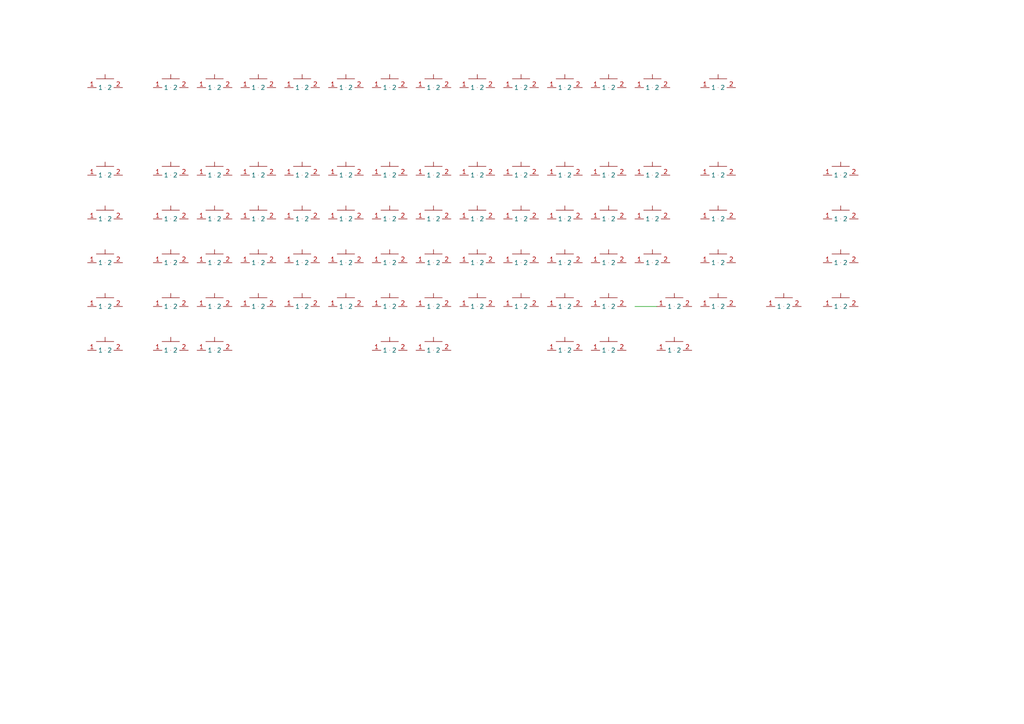
<source format=kicad_sch>
(kicad_sch (version 20231120) (generator "eeschema") (generator_version "8.0")
  (paper "A4")
  (lib_symbols
    (symbol "easyeda2kicad:CPG151101S11-16_C41430893"
      (property "Reference" "U" (at 0 5.08 0))
      (property "Value" "CPG151101S11-16_C41430893" (at 0 -5.08 0))
      (symbol "CPG151101S11-16_C41430893_0_1"
        (arc (start 0 0) (mid 0 0) (end 0 0))
        (polyline (pts (xy -2.54 2.54) (xy 2.54 2.54)))
        (polyline (pts (xy 0 2.54) (xy 0 3.81)))
        (arc (start 1.27 0) (mid 1.27 0) (end 1.27 0))
      )
      (symbol "CPG151101S11-16_C41430893_1_1"
        (pin passive line (at -5.08 0 0) (length 2.54) (name "1") (number "1"))
        (pin passive line (at 5.08 0 180) (length 2.54) (name "2") (number "2"))
      )
    )
  )
  (wire (pts (xy 184.15 88.9) (xy 190.5 88.9)))
  (symbol (lib_id "easyeda2kicad:CPG151101S11-16_C41430893") (at 125.73 101.6 0) (unit 1)
    (property "Reference" "SW103" (effects (hide yes)))
    (property "Value" "SW_Diode" (effects (hide yes)))
    (property "Footprint" "blackwing:CUTOUT_CHERRY_MX_1.25u" (effects (hide yes)))
    (property "Description" "Push button switch, generic, two pins" (effects (hide yes)))
    (property "LCSC Part" "C41430893" (effects (hide yes)))
  )
  (symbol (lib_id "easyeda2kicad:CPG151101S11-16_C41430893") (at 163.83 25.4 0) (unit 1)
    (property "Reference" "SW11" (effects (hide yes)))
    (property "Value" "SW_Diode" (effects (hide yes)))
    (property "Footprint" "blackwing:CUTOUT_CHERRY_MX_1.00u" (effects (hide yes)))
    (property "Description" "Push button switch, generic, two pins" (effects (hide yes)))
    (property "LCSC Part" "C41430893" (effects (hide yes)))
  )
  (symbol (lib_id "easyeda2kicad:CPG151101S11-16_C41430893") (at 195.58 88.9 0) (unit 1)
    (property "Reference" "SW92" (effects (hide yes)))
    (property "Value" "SW_Diode" (effects (hide yes)))
    (property "Footprint" "blackwing:CUTOUT_CHERRY_MX_1.75u" (effects (hide yes)))
    (property "Description" "Push button switch, generic, two pins" (effects (hide yes)))
    (property "LCSC Part" "C41430893" (effects (hide yes)))
  )
  (symbol (lib_id "easyeda2kicad:CPG151101S11-16_C41430893") (at 87.63 63.5 0) (unit 1)
    (property "Reference" "SW46" (effects (hide yes)))
    (property "Value" "SW_Diode" (effects (hide yes)))
    (property "Footprint" "blackwing:CUTOUT_CHERRY_MX_1.00u" (effects (hide yes)))
    (property "Description" "Push button switch, generic, two pins" (effects (hide yes)))
    (property "LCSC Part" "C41430893" (effects (hide yes)))
  )
  (symbol (lib_id "easyeda2kicad:CPG151101S11-16_C41430893") (at 176.53 25.4 0) (unit 1)
    (property "Reference" "SW12" (effects (hide yes)))
    (property "Value" "SW_Diode" (effects (hide yes)))
    (property "Footprint" "blackwing:CUTOUT_CHERRY_MX_1.00u" (effects (hide yes)))
    (property "Description" "Push button switch, generic, two pins" (effects (hide yes)))
    (property "LCSC Part" "C41430893" (effects (hide yes)))
  )
  (symbol (lib_id "easyeda2kicad:CPG151101S11-16_C41430893") (at 208.28 88.9 0) (unit 1)
    (property "Reference" "SW107" (effects (hide yes)))
    (property "Value" "SW_Diode" (effects (hide yes)))
    (property "Footprint" "blackwing:CUTOUT_CHERRY_MX_1.00u" (effects (hide yes)))
    (property "Description" "Push button switch, generic, two pins" (effects (hide yes)))
    (property "LCSC Part" "C41430893" (effects (hide yes)))
  )
  (symbol (lib_id "easyeda2kicad:CPG151101S11-16_C41430893") (at 113.03 88.9 0) (unit 1)
    (property "Reference" "SW86" (effects (hide yes)))
    (property "Value" "SW_Diode" (effects (hide yes)))
    (property "Footprint" "blackwing:CUTOUT_CHERRY_MX_1.00u" (effects (hide yes)))
    (property "Description" "Push button switch, generic, two pins" (effects (hide yes)))
    (property "LCSC Part" "C41430893" (effects (hide yes)))
  )
  (symbol (lib_id "easyeda2kicad:CPG151101S11-16_C41430893") (at 100.33 50.8 0) (unit 1)
    (property "Reference" "SW26" (effects (hide yes)))
    (property "Value" "SW_Diode" (effects (hide yes)))
    (property "Footprint" "blackwing:CUTOUT_CHERRY_MX_1.00u" (effects (hide yes)))
    (property "Description" "Push button switch, generic, two pins" (effects (hide yes)))
    (property "LCSC Part" "C41430893" (effects (hide yes)))
  )
  (symbol (lib_id "easyeda2kicad:CPG151101S11-16_C41430893") (at 74.93 76.2 0) (unit 1)
    (property "Reference" "SW66" (effects (hide yes)))
    (property "Value" "SW_Diode" (effects (hide yes)))
    (property "Footprint" "blackwing:CUTOUT_CHERRY_MX_1.00u" (effects (hide yes)))
    (property "Description" "Push button switch, generic, two pins" (effects (hide yes)))
    (property "LCSC Part" "C41430893" (effects (hide yes)))
  )
  (symbol (lib_id "easyeda2kicad:CPG151101S11-16_C41430893") (at 30.48 76.2 0) (unit 1)
    (property "Reference" "SW63" (effects (hide yes)))
    (property "Value" "SW_Diode" (effects (hide yes)))
    (property "Footprint" "blackwing:CUTOUT_CHERRY_MX_1.75u" (effects (hide yes)))
    (property "Description" "Push button switch, generic, two pins" (effects (hide yes)))
    (property "LCSC Part" "C41430893" (effects (hide yes)))
  )
  (symbol (lib_id "easyeda2kicad:CPG151101S11-16_C41430893") (at 243.84 76.2 0) (unit 1)
    (property "Reference" "SW36" (effects (hide yes)))
    (property "Value" "SW_Diode" (effects (hide yes)))
    (property "Footprint" "blackwing:CUTOUT_CHERRY_MX_1.00u" (effects (hide yes)))
    (property "Description" "Push button switch, generic, two pins" (effects (hide yes)))
    (property "LCSC Part" "C41430893" (effects (hide yes)))
  )
  (symbol (lib_id "easyeda2kicad:CPG151101S11-16_C41430893") (at 49.53 101.6 0) (unit 1)
    (property "Reference" "SW100" (effects (hide yes)))
    (property "Value" "SW_Diode" (effects (hide yes)))
    (property "Footprint" "blackwing:CUTOUT_CHERRY_MX_1.00u" (effects (hide yes)))
    (property "Description" "Push button switch, generic, two pins" (effects (hide yes)))
    (property "LCSC Part" "C41430893" (effects (hide yes)))
  )
  (symbol (lib_id "easyeda2kicad:CPG151101S11-16_C41430893") (at 208.28 50.8 0) (unit 1)
    (property "Reference" "SW34" (effects (hide yes)))
    (property "Value" "SW_Diode" (effects (hide yes)))
    (property "Footprint" "blackwing:CUTOUT_CHERRY_MX_2.00u" (effects (hide yes)))
    (property "Description" "Push button switch, generic, two pins" (effects (hide yes)))
    (property "LCSC Part" "C41430893" (effects (hide yes)))
  )
  (symbol (lib_id "easyeda2kicad:CPG151101S11-16_C41430893") (at 163.83 63.5 0) (unit 1)
    (property "Reference" "SW52" (effects (hide yes)))
    (property "Value" "SW_Diode" (effects (hide yes)))
    (property "Footprint" "blackwing:CUTOUT_CHERRY_MX_1.00u" (effects (hide yes)))
    (property "Description" "Push button switch, generic, two pins" (effects (hide yes)))
    (property "LCSC Part" "C41430893" (effects (hide yes)))
  )
  (symbol (lib_id "easyeda2kicad:CPG151101S11-16_C41430893") (at 62.23 63.5 0) (unit 1)
    (property "Reference" "SW44" (effects (hide yes)))
    (property "Value" "SW_Diode" (effects (hide yes)))
    (property "Footprint" "blackwing:CUTOUT_CHERRY_MX_1.00u" (effects (hide yes)))
    (property "Description" "Push button switch, generic, two pins" (effects (hide yes)))
    (property "LCSC Part" "C41430893" (effects (hide yes)))
  )
  (symbol (lib_id "easyeda2kicad:CPG151101S11-16_C41430893") (at 138.43 88.9 0) (unit 1)
    (property "Reference" "SW88" (effects (hide yes)))
    (property "Value" "SW_Diode" (effects (hide yes)))
    (property "Footprint" "blackwing:CUTOUT_CHERRY_MX_1.00u" (effects (hide yes)))
    (property "Description" "Push button switch, generic, two pins" (effects (hide yes)))
    (property "LCSC Part" "C41430893" (effects (hide yes)))
  )
  (symbol (lib_id "easyeda2kicad:CPG151101S11-16_C41430893") (at 87.63 25.4 0) (unit 1)
    (property "Reference" "SW5" (effects (hide yes)))
    (property "Value" "SW_Diode" (effects (hide yes)))
    (property "Footprint" "blackwing:CUTOUT_CHERRY_MX_1.00u" (effects (hide yes)))
    (property "Description" "Push button switch, generic, two pins" (effects (hide yes)))
    (property "LCSC Part" "C41430893" (effects (hide yes)))
  )
  (symbol (lib_id "easyeda2kicad:CPG151101S11-16_C41430893") (at 125.73 25.4 0) (unit 1)
    (property "Reference" "SW8" (effects (hide yes)))
    (property "Value" "SW_Diode" (effects (hide yes)))
    (property "Footprint" "blackwing:CUTOUT_CHERRY_MX_1.00u" (effects (hide yes)))
    (property "Description" "Push button switch, generic, two pins" (effects (hide yes)))
    (property "LCSC Part" "C41430893" (effects (hide yes)))
  )
  (symbol (lib_id "easyeda2kicad:CPG151101S11-16_C41430893") (at 243.84 50.8 0) (unit 1)
    (property "Reference" "SW35" (effects (hide yes)))
    (property "Value" "SW_Diode" (effects (hide yes)))
    (property "Footprint" "blackwing:CUTOUT_CHERRY_MX_1.00u" (effects (hide yes)))
    (property "Description" "Push button switch, generic, two pins" (effects (hide yes)))
    (property "LCSC Part" "C41430893" (effects (hide yes)))
  )
  (symbol (lib_id "easyeda2kicad:CPG151101S11-16_C41430893") (at 62.23 25.4 0) (unit 1)
    (property "Reference" "SW3" (effects (hide yes)))
    (property "Value" "SW_Diode" (effects (hide yes)))
    (property "Footprint" "blackwing:CUTOUT_CHERRY_MX_1.00u" (effects (hide yes)))
    (property "Description" "Push button switch, generic, two pins" (effects (hide yes)))
    (property "LCSC Part" "C41430893" (effects (hide yes)))
  )
  (symbol (lib_id "easyeda2kicad:CPG151101S11-16_C41430893") (at 176.53 101.6 0) (unit 1)
    (property "Reference" "SW105" (effects (hide yes)))
    (property "Value" "SW_Diode" (effects (hide yes)))
    (property "Footprint" "blackwing:CUTOUT_CHERRY_MX_1.25u" (effects (hide yes)))
    (property "Description" "Push button switch, generic, two pins" (effects (hide yes)))
    (property "LCSC Part" "C41430893" (effects (hide yes)))
  )
  (symbol (lib_id "easyeda2kicad:CPG151101S11-16_C41430893") (at 100.33 63.5 0) (unit 1)
    (property "Reference" "SW47" (effects (hide yes)))
    (property "Value" "SW_Diode" (effects (hide yes)))
    (property "Footprint" "blackwing:CUTOUT_CHERRY_MX_1.00u" (effects (hide yes)))
    (property "Description" "Push button switch, generic, two pins" (effects (hide yes)))
    (property "LCSC Part" "C41430893" (effects (hide yes)))
  )
  (symbol (lib_id "easyeda2kicad:CPG151101S11-16_C41430893") (at 176.53 76.2 0) (unit 1)
    (property "Reference" "SW74" (effects (hide yes)))
    (property "Value" "SW_Diode" (effects (hide yes)))
    (property "Footprint" "blackwing:CUTOUT_CHERRY_MX_1.00u" (effects (hide yes)))
    (property "Description" "Push button switch, generic, two pins" (effects (hide yes)))
    (property "LCSC Part" "C41430893" (effects (hide yes)))
  )
  (symbol (lib_id "easyeda2kicad:CPG151101S11-16_C41430893") (at 189.23 63.5 0) (unit 1)
    (property "Reference" "SW54" (effects (hide yes)))
    (property "Value" "SW_Diode" (effects (hide yes)))
    (property "Footprint" "blackwing:CUTOUT_CHERRY_MX_1.00u" (effects (hide yes)))
    (property "Description" "Push button switch, generic, two pins" (effects (hide yes)))
    (property "LCSC Part" "C41430893" (effects (hide yes)))
  )
  (symbol (lib_id "easyeda2kicad:CPG151101S11-16_C41430893") (at 151.13 88.9 0) (unit 1)
    (property "Reference" "SW89" (effects (hide yes)))
    (property "Value" "SW_Diode" (effects (hide yes)))
    (property "Footprint" "blackwing:CUTOUT_CHERRY_MX_1.00u" (effects (hide yes)))
    (property "Description" "Push button switch, generic, two pins" (effects (hide yes)))
    (property "LCSC Part" "C41430893" (effects (hide yes)))
  )
  (symbol (lib_id "easyeda2kicad:CPG151101S11-16_C41430893") (at 62.23 88.9 0) (unit 1)
    (property "Reference" "SW82" (effects (hide yes)))
    (property "Value" "SW_Diode" (effects (hide yes)))
    (property "Footprint" "blackwing:CUTOUT_CHERRY_MX_1.00u" (effects (hide yes)))
    (property "Description" "Push button switch, generic, two pins" (effects (hide yes)))
    (property "LCSC Part" "C41430893" (effects (hide yes)))
  )
  (symbol (lib_id "easyeda2kicad:CPG151101S11-16_C41430893") (at 100.33 88.9 0) (unit 1)
    (property "Reference" "SW85" (effects (hide yes)))
    (property "Value" "SW_Diode" (effects (hide yes)))
    (property "Footprint" "blackwing:CUTOUT_CHERRY_MX_1.00u" (effects (hide yes)))
    (property "Description" "Push button switch, generic, two pins" (effects (hide yes)))
    (property "LCSC Part" "C41430893" (effects (hide yes)))
  )
  (symbol (lib_id "easyeda2kicad:CPG151101S11-16_C41430893") (at 74.93 63.5 0) (unit 1)
    (property "Reference" "SW45" (effects (hide yes)))
    (property "Value" "SW_Diode" (effects (hide yes)))
    (property "Footprint" "blackwing:CUTOUT_CHERRY_MX_1.00u" (effects (hide yes)))
    (property "Description" "Push button switch, generic, two pins" (effects (hide yes)))
    (property "LCSC Part" "C41430893" (effects (hide yes)))
  )
  (symbol (lib_id "easyeda2kicad:CPG151101S11-16_C41430893") (at 163.83 101.6 0) (unit 1)
    (property "Reference" "SW104" (effects (hide yes)))
    (property "Value" "SW_Diode" (effects (hide yes)))
    (property "Footprint" "blackwing:CUTOUT_CHERRY_MX_1.00u" (effects (hide yes)))
    (property "Description" "Push button switch, generic, two pins" (effects (hide yes)))
    (property "LCSC Part" "C41430893" (effects (hide yes)))
  )
  (symbol (lib_id "easyeda2kicad:CPG151101S11-16_C41430893") (at 176.53 63.5 0) (unit 1)
    (property "Reference" "SW53" (effects (hide yes)))
    (property "Value" "SW_Diode" (effects (hide yes)))
    (property "Footprint" "blackwing:CUTOUT_CHERRY_MX_1.00u" (effects (hide yes)))
    (property "Description" "Push button switch, generic, two pins" (effects (hide yes)))
    (property "LCSC Part" "C41430893" (effects (hide yes)))
  )
  (symbol (lib_id "easyeda2kicad:CPG151101S11-16_C41430893") (at 138.43 50.8 0) (unit 1)
    (property "Reference" "SW29" (effects (hide yes)))
    (property "Value" "SW_Diode" (effects (hide yes)))
    (property "Footprint" "blackwing:CUTOUT_CHERRY_MX_1.00u" (effects (hide yes)))
    (property "Description" "Push button switch, generic, two pins" (effects (hide yes)))
    (property "LCSC Part" "C41430893" (effects (hide yes)))
  )
  (symbol (lib_id "easyeda2kicad:CPG151101S11-16_C41430893") (at 125.73 63.5 0) (unit 1)
    (property "Reference" "SW49" (effects (hide yes)))
    (property "Value" "SW_Diode" (effects (hide yes)))
    (property "Footprint" "blackwing:CUTOUT_CHERRY_MX_1.00u" (effects (hide yes)))
    (property "Description" "Push button switch, generic, two pins" (effects (hide yes)))
    (property "LCSC Part" "C41430893" (effects (hide yes)))
  )
  (symbol (lib_id "easyeda2kicad:CPG151101S11-16_C41430893") (at 49.53 76.2 0) (unit 1)
    (property "Reference" "SW64" (effects (hide yes)))
    (property "Value" "SW_Diode" (effects (hide yes)))
    (property "Footprint" "blackwing:CUTOUT_CHERRY_MX_1.00u" (effects (hide yes)))
    (property "Description" "Push button switch, generic, two pins" (effects (hide yes)))
    (property "LCSC Part" "C41430893" (effects (hide yes)))
  )
  (symbol (lib_id "easyeda2kicad:CPG151101S11-16_C41430893") (at 113.03 50.8 0) (unit 1)
    (property "Reference" "SW27" (effects (hide yes)))
    (property "Value" "SW_Diode" (effects (hide yes)))
    (property "Footprint" "blackwing:CUTOUT_CHERRY_MX_1.00u" (effects (hide yes)))
    (property "Description" "Push button switch, generic, two pins" (effects (hide yes)))
    (property "LCSC Part" "C41430893" (effects (hide yes)))
  )
  (symbol (lib_id "easyeda2kicad:CPG151101S11-16_C41430893") (at 100.33 76.2 0) (unit 1)
    (property "Reference" "SW68" (effects (hide yes)))
    (property "Value" "SW_Diode" (effects (hide yes)))
    (property "Footprint" "blackwing:CUTOUT_CHERRY_MX_1.00u" (effects (hide yes)))
    (property "Description" "Push button switch, generic, two pins" (effects (hide yes)))
    (property "LCSC Part" "C41430893" (effects (hide yes)))
  )
  (symbol (lib_id "easyeda2kicad:CPG151101S11-16_C41430893") (at 227.33 88.9 0) (unit 1)
    (property "Reference" "SW108" (effects (hide yes)))
    (property "Value" "SW_Diode" (effects (hide yes)))
    (property "Footprint" "blackwing:CUTOUT_CHERRY_MX_1.00u" (effects (hide yes)))
    (property "Description" "Push button switch, generic, two pins" (effects (hide yes)))
    (property "LCSC Part" "C41430893" (effects (hide yes)))
  )
  (symbol (lib_id "easyeda2kicad:CPG151101S11-16_C41430893") (at 49.53 50.8 0) (unit 1)
    (property "Reference" "SW22" (effects (hide yes)))
    (property "Value" "SW_Diode" (effects (hide yes)))
    (property "Footprint" "blackwing:CUTOUT_CHERRY_MX_1.00u" (effects (hide yes)))
    (property "Description" "Push button switch, generic, two pins" (effects (hide yes)))
    (property "LCSC Part" "C41430893" (effects (hide yes)))
  )
  (symbol (lib_id "easyeda2kicad:CPG151101S11-16_C41430893") (at 138.43 76.2 0) (unit 1)
    (property "Reference" "SW71" (effects (hide yes)))
    (property "Value" "SW_Diode" (effects (hide yes)))
    (property "Footprint" "blackwing:CUTOUT_CHERRY_MX_1.00u" (effects (hide yes)))
    (property "Description" "Push button switch, generic, two pins" (effects (hide yes)))
    (property "LCSC Part" "C41430893" (effects (hide yes)))
  )
  (symbol (lib_id "easyeda2kicad:CPG151101S11-16_C41430893") (at 30.48 63.5 0) (unit 1)
    (property "Reference" "SW42" (effects (hide yes)))
    (property "Value" "SW_Diode" (effects (hide yes)))
    (property "Footprint" "blackwing:CUTOUT_CHERRY_MX_1.50u" (effects (hide yes)))
    (property "Description" "Push button switch, generic, two pins" (effects (hide yes)))
    (property "LCSC Part" "C41430893" (effects (hide yes)))
  )
  (symbol (lib_id "easyeda2kicad:CPG151101S11-16_C41430893") (at 163.83 50.8 0) (unit 1)
    (property "Reference" "SW31" (effects (hide yes)))
    (property "Value" "SW_Diode" (effects (hide yes)))
    (property "Footprint" "blackwing:CUTOUT_CHERRY_MX_1.00u" (effects (hide yes)))
    (property "Description" "Push button switch, generic, two pins" (effects (hide yes)))
    (property "LCSC Part" "C41430893" (effects (hide yes)))
  )
  (symbol (lib_id "easyeda2kicad:CPG151101S11-16_C41430893") (at 208.28 76.2 0) (unit 1)
    (property "Reference" "SW93" (effects (hide yes)))
    (property "Value" "SW_Diode" (effects (hide yes)))
    (property "Footprint" "blackwing:CUTOUT_CHERRY_MX_1.00u" (effects (hide yes)))
    (property "Description" "Push button switch, generic, two pins" (effects (hide yes)))
    (property "LCSC Part" "C41430893" (effects (hide yes)))
  )
  (symbol (lib_id "easyeda2kicad:CPG151101S11-16_C41430893") (at 195.58 101.6 0) (unit 1)
    (property "Reference" "SW106" (effects (hide yes)))
    (property "Value" "SW_Diode" (effects (hide yes)))
    (property "Footprint" "blackwing:CUTOUT_CHERRY_MX_1.00u" (effects (hide yes)))
    (property "Description" "Push button switch, generic, two pins" (effects (hide yes)))
    (property "LCSC Part" "C41430893" (effects (hide yes)))
  )
  (symbol (lib_id "easyeda2kicad:CPG151101S11-16_C41430893") (at 243.84 88.9 0) (unit 1)
    (property "Reference" "SW57" (effects (hide yes)))
    (property "Value" "SW_Diode" (effects (hide yes)))
    (property "Footprint" "blackwing:CUTOUT_CHERRY_MX_1.00u" (effects (hide yes)))
    (property "Description" "Push button switch, generic, two pins" (effects (hide yes)))
    (property "LCSC Part" "C41430893" (effects (hide yes)))
  )
  (symbol (lib_id "easyeda2kicad:CPG151101S11-16_C41430893") (at 62.23 101.6 0) (unit 1)
    (property "Reference" "SW101" (effects (hide yes)))
    (property "Value" "SW_Diode" (effects (hide yes)))
    (property "Footprint" "blackwing:CUTOUT_CHERRY_MX_1.25u" (effects (hide yes)))
    (property "Description" "Push button switch, generic, two pins" (effects (hide yes)))
    (property "LCSC Part" "C41430893" (effects (hide yes)))
  )
  (symbol (lib_id "easyeda2kicad:CPG151101S11-16_C41430893") (at 138.43 63.5 0) (unit 1)
    (property "Reference" "SW50" (effects (hide yes)))
    (property "Value" "SW_Diode" (effects (hide yes)))
    (property "Footprint" "blackwing:CUTOUT_CHERRY_MX_1.00u" (effects (hide yes)))
    (property "Description" "Push button switch, generic, two pins" (effects (hide yes)))
    (property "LCSC Part" "C41430893" (effects (hide yes)))
  )
  (symbol (lib_id "easyeda2kicad:CPG151101S11-16_C41430893") (at 100.33 25.4 0) (unit 1)
    (property "Reference" "SW6" (effects (hide yes)))
    (property "Value" "SW_Diode" (effects (hide yes)))
    (property "Footprint" "blackwing:CUTOUT_CHERRY_MX_1.00u" (effects (hide yes)))
    (property "Description" "Push button switch, generic, two pins" (effects (hide yes)))
    (property "LCSC Part" "C41430893" (effects (hide yes)))
  )
  (symbol (lib_id "easyeda2kicad:CPG151101S11-16_C41430893") (at 138.43 25.4 0) (unit 1)
    (property "Reference" "SW9" (effects (hide yes)))
    (property "Value" "SW_Diode" (effects (hide yes)))
    (property "Footprint" "blackwing:CUTOUT_CHERRY_MX_1.00u" (effects (hide yes)))
    (property "Description" "Push button switch, generic, two pins" (effects (hide yes)))
    (property "LCSC Part" "C41430893" (effects (hide yes)))
  )
  (symbol (lib_id "easyeda2kicad:CPG151101S11-16_C41430893") (at 176.53 88.9 0) (unit 1)
    (property "Reference" "SW91" (effects (hide yes)))
    (property "Value" "SW_Diode" (effects (hide yes)))
    (property "Footprint" "blackwing:CUTOUT_CHERRY_MX_1.00u" (effects (hide yes)))
    (property "Description" "Push button switch, generic, two pins" (effects (hide yes)))
    (property "LCSC Part" "C41430893" (effects (hide yes)))
  )
  (symbol (lib_id "easyeda2kicad:CPG151101S11-16_C41430893") (at 74.93 25.4 0) (unit 1)
    (property "Reference" "SW4" (effects (hide yes)))
    (property "Value" "SW_Diode" (effects (hide yes)))
    (property "Footprint" "blackwing:CUTOUT_CHERRY_MX_1.00u" (effects (hide yes)))
    (property "Description" "Push button switch, generic, two pins" (effects (hide yes)))
    (property "LCSC Part" "C41430893" (effects (hide yes)))
  )
  (symbol (lib_id "easyeda2kicad:CPG151101S11-16_C41430893") (at 189.23 76.2 0) (unit 1)
    (property "Reference" "SW75" (effects (hide yes)))
    (property "Value" "SW_Diode" (effects (hide yes)))
    (property "Footprint" "blackwing:CUTOUT_CHERRY_MX_1.00u" (effects (hide yes)))
    (property "Description" "Push button switch, generic, two pins" (effects (hide yes)))
    (property "LCSC Part" "C41430893" (effects (hide yes)))
  )
  (symbol (lib_id "easyeda2kicad:CPG151101S11-16_C41430893") (at 151.13 50.8 0) (unit 1)
    (property "Reference" "SW30" (effects (hide yes)))
    (property "Value" "SW_Diode" (effects (hide yes)))
    (property "Footprint" "blackwing:CUTOUT_CHERRY_MX_1.00u" (effects (hide yes)))
    (property "Description" "Push button switch, generic, two pins" (effects (hide yes)))
    (property "LCSC Part" "C41430893" (effects (hide yes)))
  )
  (symbol (lib_id "easyeda2kicad:CPG151101S11-16_C41430893") (at 113.03 76.2 0) (unit 1)
    (property "Reference" "SW69" (effects (hide yes)))
    (property "Value" "SW_Diode" (effects (hide yes)))
    (property "Footprint" "blackwing:CUTOUT_CHERRY_MX_1.00u" (effects (hide yes)))
    (property "Description" "Push button switch, generic, two pins" (effects (hide yes)))
    (property "LCSC Part" "C41430893" (effects (hide yes)))
  )
  (symbol (lib_id "easyeda2kicad:CPG151101S11-16_C41430893") (at 49.53 25.4 0) (unit 1)
    (property "Reference" "SW2" (effects (hide yes)))
    (property "Value" "SW_Diode" (effects (hide yes)))
    (property "Footprint" "blackwing:CUTOUT_CHERRY_MX_1.00u" (effects (hide yes)))
    (property "Description" "Push button switch, generic, two pins" (effects (hide yes)))
    (property "LCSC Part" "C41430893" (effects (hide yes)))
  )
  (symbol (lib_id "easyeda2kicad:CPG151101S11-16_C41430893") (at 208.28 63.5 0) (unit 1)
    (property "Reference" "SW76" (effects (hide yes)))
    (property "Value" "SW_Diode" (effects (hide yes)))
    (property "Footprint" "blackwing:CUTOUT_CHERRY_MX_2.00u_Vertical" (effects (hide yes)))
    (property "Description" "Push button switch, generic, two pins" (effects (hide yes)))
    (property "LCSC Part" "C41430893" (effects (hide yes)))
  )
  (symbol (lib_id "easyeda2kicad:CPG151101S11-16_C41430893") (at 74.93 50.8 0) (unit 1)
    (property "Reference" "SW24" (effects (hide yes)))
    (property "Value" "SW_Diode" (effects (hide yes)))
    (property "Footprint" "blackwing:CUTOUT_CHERRY_MX_1.00u" (effects (hide yes)))
    (property "Description" "Push button switch, generic, two pins" (effects (hide yes)))
    (property "LCSC Part" "C41430893" (effects (hide yes)))
  )
  (symbol (lib_id "easyeda2kicad:CPG151101S11-16_C41430893") (at 189.23 25.4 0) (unit 1)
    (property "Reference" "SW13" (effects (hide yes)))
    (property "Value" "SW_Diode" (effects (hide yes)))
    (property "Footprint" "blackwing:CUTOUT_CHERRY_MX_1.00u" (effects (hide yes)))
    (property "Description" "Push button switch, generic, two pins" (effects (hide yes)))
    (property "LCSC Part" "C41430893" (effects (hide yes)))
  )
  (symbol (lib_id "easyeda2kicad:CPG151101S11-16_C41430893") (at 62.23 76.2 0) (unit 1)
    (property "Reference" "SW65" (effects (hide yes)))
    (property "Value" "SW_Diode" (effects (hide yes)))
    (property "Footprint" "blackwing:CUTOUT_CHERRY_MX_1.00u" (effects (hide yes)))
    (property "Description" "Push button switch, generic, two pins" (effects (hide yes)))
    (property "LCSC Part" "C41430893" (effects (hide yes)))
  )
  (symbol (lib_id "easyeda2kicad:CPG151101S11-16_C41430893") (at 113.03 63.5 0) (unit 1)
    (property "Reference" "SW48" (effects (hide yes)))
    (property "Value" "SW_Diode" (effects (hide yes)))
    (property "Footprint" "blackwing:CUTOUT_CHERRY_MX_1.00u" (effects (hide yes)))
    (property "Description" "Push button switch, generic, two pins" (effects (hide yes)))
    (property "LCSC Part" "C41430893" (effects (hide yes)))
  )
  (symbol (lib_id "easyeda2kicad:CPG151101S11-16_C41430893") (at 163.83 76.2 0) (unit 1)
    (property "Reference" "SW73" (effects (hide yes)))
    (property "Value" "SW_Diode" (effects (hide yes)))
    (property "Footprint" "blackwing:CUTOUT_CHERRY_MX_1.00u" (effects (hide yes)))
    (property "Description" "Push button switch, generic, two pins" (effects (hide yes)))
    (property "LCSC Part" "C41430893" (effects (hide yes)))
  )
  (symbol (lib_id "easyeda2kicad:CPG151101S11-16_C41430893") (at 87.63 76.2 0) (unit 1)
    (property "Reference" "SW67" (effects (hide yes)))
    (property "Value" "SW_Diode" (effects (hide yes)))
    (property "Footprint" "blackwing:CUTOUT_CHERRY_MX_1.00u" (effects (hide yes)))
    (property "Description" "Push button switch, generic, two pins" (effects (hide yes)))
    (property "LCSC Part" "C41430893" (effects (hide yes)))
  )
  (symbol (lib_id "easyeda2kicad:CPG151101S11-16_C41430893") (at 30.48 101.6 0) (unit 1)
    (property "Reference" "SW99" (effects (hide yes)))
    (property "Value" "SW_Diode" (effects (hide yes)))
    (property "Footprint" "blackwing:CUTOUT_CHERRY_MX_1.25u" (effects (hide yes)))
    (property "Description" "Push button switch, generic, two pins" (effects (hide yes)))
    (property "LCSC Part" "C41430893" (effects (hide yes)))
  )
  (symbol (lib_id "easyeda2kicad:CPG151101S11-16_C41430893") (at 74.93 88.9 0) (unit 1)
    (property "Reference" "SW83" (effects (hide yes)))
    (property "Value" "SW_Diode" (effects (hide yes)))
    (property "Footprint" "blackwing:CUTOUT_CHERRY_MX_1.00u" (effects (hide yes)))
    (property "Description" "Push button switch, generic, two pins" (effects (hide yes)))
    (property "LCSC Part" "C41430893" (effects (hide yes)))
  )
  (symbol (lib_id "easyeda2kicad:CPG151101S11-16_C41430893") (at 113.03 25.4 0) (unit 1)
    (property "Reference" "SW7" (effects (hide yes)))
    (property "Value" "SW_Diode" (effects (hide yes)))
    (property "Footprint" "blackwing:CUTOUT_CHERRY_MX_1.00u" (effects (hide yes)))
    (property "Description" "Push button switch, generic, two pins" (effects (hide yes)))
    (property "LCSC Part" "C41430893" (effects (hide yes)))
  )
  (symbol (lib_id "easyeda2kicad:CPG151101S11-16_C41430893") (at 113.03 101.6 0) (unit 1)
    (property "Reference" "SW102" (effects (hide yes)))
    (property "Value" "SW_Diode" (effects (hide yes)))
    (property "Footprint" "blackwing:CUTOUT_CHERRY_MX_6.00u" (effects (hide yes)))
    (property "Description" "Push button switch, generic, two pins" (effects (hide yes)))
    (property "LCSC Part" "C41430893" (effects (hide yes)))
  )
  (symbol (lib_id "easyeda2kicad:CPG151101S11-16_C41430893") (at 30.48 88.9 0) (unit 1)
    (property "Reference" "SW80" (effects (hide yes)))
    (property "Value" "SW_Diode" (effects (hide yes)))
    (property "Footprint" "blackwing:CUTOUT_CHERRY_MX_1.25u" (effects (hide yes)))
    (property "Description" "Push button switch, generic, two pins" (effects (hide yes)))
    (property "LCSC Part" "C41430893" (effects (hide yes)))
  )
  (symbol (lib_id "easyeda2kicad:CPG151101S11-16_C41430893") (at 49.53 88.9 0) (unit 1)
    (property "Reference" "SW81" (effects (hide yes)))
    (property "Value" "SW_Diode" (effects (hide yes)))
    (property "Footprint" "blackwing:CUTOUT_CHERRY_MX_1.00u" (effects (hide yes)))
    (property "Description" "Push button switch, generic, two pins" (effects (hide yes)))
    (property "LCSC Part" "C41430893" (effects (hide yes)))
  )
  (symbol (lib_id "easyeda2kicad:CPG151101S11-16_C41430893") (at 176.53 50.8 0) (unit 1)
    (property "Reference" "SW32" (effects (hide yes)))
    (property "Value" "SW_Diode" (effects (hide yes)))
    (property "Footprint" "blackwing:CUTOUT_CHERRY_MX_1.00u" (effects (hide yes)))
    (property "Description" "Push button switch, generic, two pins" (effects (hide yes)))
    (property "LCSC Part" "C41430893" (effects (hide yes)))
  )
  (symbol (lib_id "easyeda2kicad:CPG151101S11-16_C41430893") (at 208.28 25.4 0) (unit 1)
    (property "Reference" "SW14" (effects (hide yes)))
    (property "Value" "SW_Diode" (effects (hide yes)))
    (property "Footprint" "blackwing:CUTOUT_CHERRY_MX_1.00u" (effects (hide yes)))
    (property "Description" "Push button switch, generic, two pins" (effects (hide yes)))
    (property "LCSC Part" "C41430893" (effects (hide yes)))
  )
  (symbol (lib_id "easyeda2kicad:CPG151101S11-16_C41430893") (at 151.13 25.4 0) (unit 1)
    (property "Reference" "SW10" (effects (hide yes)))
    (property "Value" "SW_Diode" (effects (hide yes)))
    (property "Footprint" "blackwing:CUTOUT_CHERRY_MX_1.00u" (effects (hide yes)))
    (property "Description" "Push button switch, generic, two pins" (effects (hide yes)))
    (property "LCSC Part" "C41430893" (effects (hide yes)))
  )
  (symbol (lib_id "easyeda2kicad:CPG151101S11-16_C41430893") (at 243.84 63.5 0) (unit 1)
    (property "Reference" "SW56" (effects (hide yes)))
    (property "Value" "SW_Diode" (effects (hide yes)))
    (property "Footprint" "blackwing:CUTOUT_CHERRY_MX_1.00u" (effects (hide yes)))
    (property "Description" "Push button switch, generic, two pins" (effects (hide yes)))
    (property "LCSC Part" "C41430893" (effects (hide yes)))
  )
  (symbol (lib_id "easyeda2kicad:CPG151101S11-16_C41430893") (at 163.83 88.9 0) (unit 1)
    (property "Reference" "SW90" (effects (hide yes)))
    (property "Value" "SW_Diode" (effects (hide yes)))
    (property "Footprint" "blackwing:CUTOUT_CHERRY_MX_1.00u" (effects (hide yes)))
    (property "Description" "Push button switch, generic, two pins" (effects (hide yes)))
    (property "LCSC Part" "C41430893" (effects (hide yes)))
  )
  (symbol (lib_id "easyeda2kicad:CPG151101S11-16_C41430893") (at 30.48 25.4 0) (unit 1)
    (property "Reference" "SW1" (effects (hide yes)))
    (property "Value" "SW_Diode" (effects (hide yes)))
    (property "Footprint" "blackwing:CUTOUT_CHERRY_MX_1.00u" (effects (hide yes)))
    (property "Description" "Push button switch, generic, two pins" (effects (hide yes)))
    (property "LCSC Part" "C41430893" (effects (hide yes)))
  )
  (symbol (lib_id "easyeda2kicad:CPG151101S11-16_C41430893") (at 125.73 88.9 0) (unit 1)
    (property "Reference" "SW87" (effects (hide yes)))
    (property "Value" "SW_Diode" (effects (hide yes)))
    (property "Footprint" "blackwing:CUTOUT_CHERRY_MX_1.00u" (effects (hide yes)))
    (property "Description" "Push button switch, generic, two pins" (effects (hide yes)))
    (property "LCSC Part" "C41430893" (effects (hide yes)))
  )
  (symbol (lib_id "easyeda2kicad:CPG151101S11-16_C41430893") (at 87.63 88.9 0) (unit 1)
    (property "Reference" "SW84" (effects (hide yes)))
    (property "Value" "SW_Diode" (effects (hide yes)))
    (property "Footprint" "blackwing:CUTOUT_CHERRY_MX_1.00u" (effects (hide yes)))
    (property "Description" "Push button switch, generic, two pins" (effects (hide yes)))
    (property "LCSC Part" "C41430893" (effects (hide yes)))
  )
  (symbol (lib_id "easyeda2kicad:CPG151101S11-16_C41430893") (at 151.13 63.5 0) (unit 1)
    (property "Reference" "SW51" (effects (hide yes)))
    (property "Value" "SW_Diode" (effects (hide yes)))
    (property "Footprint" "blackwing:CUTOUT_CHERRY_MX_1.00u" (effects (hide yes)))
    (property "Description" "Push button switch, generic, two pins" (effects (hide yes)))
    (property "LCSC Part" "C41430893" (effects (hide yes)))
  )
  (symbol (lib_id "easyeda2kicad:CPG151101S11-16_C41430893") (at 62.23 50.8 0) (unit 1)
    (property "Reference" "SW23" (effects (hide yes)))
    (property "Value" "SW_Diode" (effects (hide yes)))
    (property "Footprint" "blackwing:CUTOUT_CHERRY_MX_1.00u" (effects (hide yes)))
    (property "Description" "Push button switch, generic, two pins" (effects (hide yes)))
    (property "LCSC Part" "C41430893" (effects (hide yes)))
  )
  (symbol (lib_id "easyeda2kicad:CPG151101S11-16_C41430893") (at 125.73 50.8 0) (unit 1)
    (property "Reference" "SW28" (effects (hide yes)))
    (property "Value" "SW_Diode" (effects (hide yes)))
    (property "Footprint" "blackwing:CUTOUT_CHERRY_MX_1.00u" (effects (hide yes)))
    (property "Description" "Push button switch, generic, two pins" (effects (hide yes)))
    (property "LCSC Part" "C41430893" (effects (hide yes)))
  )
  (symbol (lib_id "easyeda2kicad:CPG151101S11-16_C41430893") (at 125.73 76.2 0) (unit 1)
    (property "Reference" "SW70" (effects (hide yes)))
    (property "Value" "SW_Diode" (effects (hide yes)))
    (property "Footprint" "blackwing:CUTOUT_CHERRY_MX_1.00u" (effects (hide yes)))
    (property "Description" "Push button switch, generic, two pins" (effects (hide yes)))
    (property "LCSC Part" "C41430893" (effects (hide yes)))
  )
  (symbol (lib_id "easyeda2kicad:CPG151101S11-16_C41430893") (at 151.13 76.2 0) (unit 1)
    (property "Reference" "SW72" (effects (hide yes)))
    (property "Value" "SW_Diode" (effects (hide yes)))
    (property "Footprint" "blackwing:CUTOUT_CHERRY_MX_1.00u" (effects (hide yes)))
    (property "Description" "Push button switch, generic, two pins" (effects (hide yes)))
    (property "LCSC Part" "C41430893" (effects (hide yes)))
  )
  (symbol (lib_id "easyeda2kicad:CPG151101S11-16_C41430893") (at 87.63 50.8 0) (unit 1)
    (property "Reference" "SW25" (effects (hide yes)))
    (property "Value" "SW_Diode" (effects (hide yes)))
    (property "Footprint" "blackwing:CUTOUT_CHERRY_MX_1.00u" (effects (hide yes)))
    (property "Description" "Push button switch, generic, two pins" (effects (hide yes)))
    (property "LCSC Part" "C41430893" (effects (hide yes)))
  )
  (symbol (lib_id "easyeda2kicad:CPG151101S11-16_C41430893") (at 30.48 50.8 0) (unit 1)
    (property "Reference" "SW21" (effects (hide yes)))
    (property "Value" "SW_Diode" (effects (hide yes)))
    (property "Footprint" "blackwing:CUTOUT_CHERRY_MX_1.00u" (effects (hide yes)))
    (property "Description" "Push button switch, generic, two pins" (effects (hide yes)))
    (property "LCSC Part" "C41430893" (effects (hide yes)))
  )
  (symbol (lib_id "easyeda2kicad:CPG151101S11-16_C41430893") (at 49.53 63.5 0) (unit 1)
    (property "Reference" "SW43" (effects (hide yes)))
    (property "Value" "SW_Diode" (effects (hide yes)))
    (property "Footprint" "blackwing:CUTOUT_CHERRY_MX_1.00u" (effects (hide yes)))
    (property "Description" "Push button switch, generic, two pins" (effects (hide yes)))
    (property "LCSC Part" "C41430893" (effects (hide yes)))
  )
  (symbol (lib_id "easyeda2kicad:CPG151101S11-16_C41430893") (at 189.23 50.8 0) (unit 1)
    (property "Reference" "SW33" (effects (hide yes)))
    (property "Value" "SW_Diode" (effects (hide yes)))
    (property "Footprint" "blackwing:CUTOUT_CHERRY_MX_1.00u" (effects (hide yes)))
    (property "Description" "Push button switch, generic, two pins" (effects (hide yes)))
    (property "LCSC Part" "C41430893" (effects (hide yes)))
  )
)
</source>
